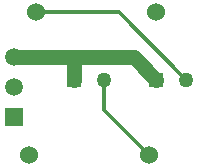
<source format=gtl>
G04 DipTrace 2.3.1.0*
%INlinebot-sensor-v2.0.gtl*%
%MOIN*%
%ADD13C,0.013*%
%ADD14C,0.05*%
%ADD15R,0.05X0.05*%
%ADD16R,0.0591X0.0591*%
%ADD17C,0.0591*%
%ADD18C,0.06*%
%ADD19C,0.06*%
%FSLAX44Y44*%
G04*
G70*
G90*
G75*
G01*
%LNTop*%
%LPD*%
X4250Y4250D2*
D13*
Y3250D1*
X5750Y1750D1*
X2000Y6500D2*
X4750D1*
X7000Y4250D1*
X1250Y5000D2*
D14*
X3250D1*
X5250D1*
X6000Y4250D1*
X3250D2*
Y5000D1*
X4250Y4250D3*
D15*
X3250D3*
D16*
X1250Y3000D3*
D17*
Y4000D3*
Y5000D3*
D18*
X2000Y6500D3*
D19*
X6000D3*
D18*
X5750Y1750D3*
D19*
X1750D3*
D14*
X7000Y4250D3*
D15*
X6000D3*
M02*

</source>
